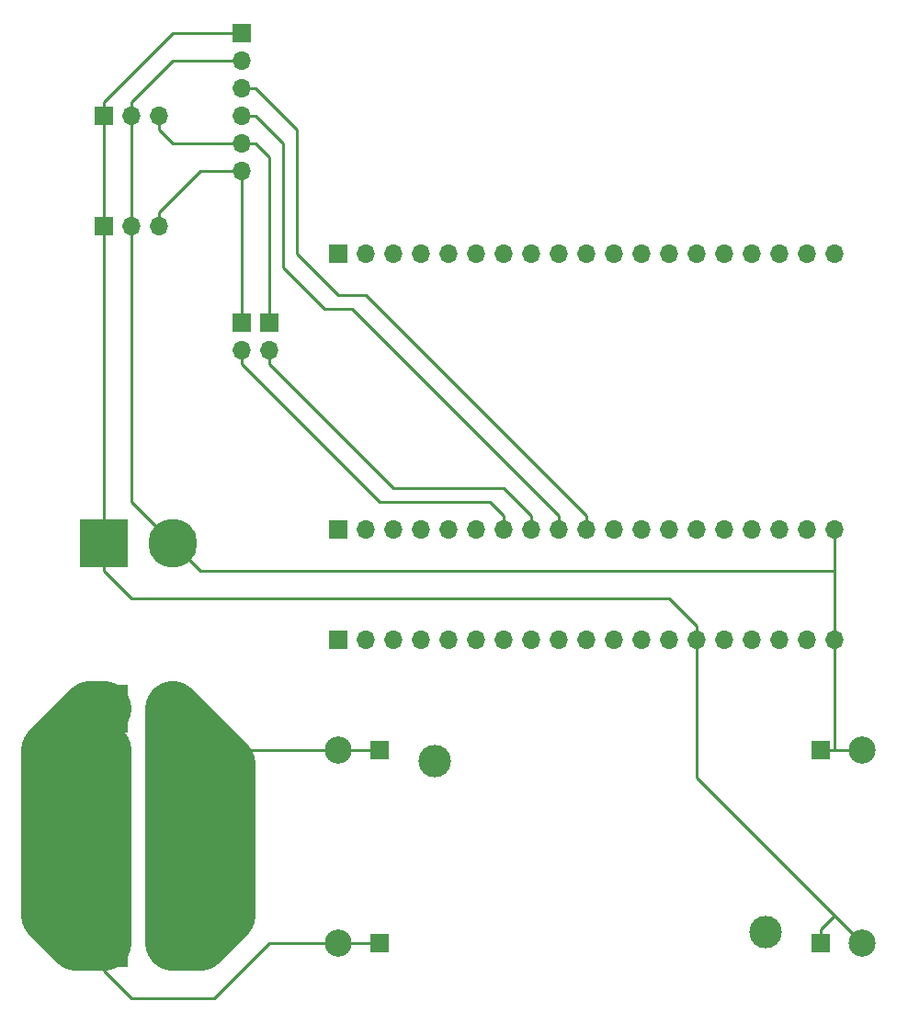
<source format=gbr>
%TF.GenerationSoftware,KiCad,Pcbnew,5.1.9+dfsg1-1~bpo10+1*%
%TF.CreationDate,2025-10-28T22:16:13+01:00*%
%TF.ProjectId,project-f,70726f6a-6563-4742-9d66-2e6b69636164,rev?*%
%TF.SameCoordinates,Original*%
%TF.FileFunction,Copper,L2,Bot*%
%TF.FilePolarity,Positive*%
%FSLAX46Y46*%
G04 Gerber Fmt 4.6, Leading zero omitted, Abs format (unit mm)*
G04 Created by KiCad (PCBNEW 5.1.9+dfsg1-1~bpo10+1) date 2025-10-28 22:16:13*
%MOMM*%
%LPD*%
G01*
G04 APERTURE LIST*
%TA.AperFunction,ComponentPad*%
%ADD10R,1.700000X1.700000*%
%TD*%
%TA.AperFunction,ComponentPad*%
%ADD11O,1.700000X1.700000*%
%TD*%
%TA.AperFunction,ComponentPad*%
%ADD12C,2.499360*%
%TD*%
%TA.AperFunction,ComponentPad*%
%ADD13C,3.000000*%
%TD*%
%TA.AperFunction,ComponentPad*%
%ADD14C,4.500880*%
%TD*%
%TA.AperFunction,ComponentPad*%
%ADD15R,4.500880X4.500880*%
%TD*%
%TA.AperFunction,Conductor*%
%ADD16C,0.250000*%
%TD*%
%TA.AperFunction,Conductor*%
%ADD17C,5.080000*%
%TD*%
G04 APERTURE END LIST*
D10*
%TO.P,REF\u002A\u002A,1*%
%TO.N,/Sensor_signal*%
X44450000Y-54610000D03*
D11*
%TO.P,REF\u002A\u002A,2*%
X44450000Y-57150000D03*
%TD*%
%TO.P,REF\u002A\u002A,2*%
%TO.N,/ESC_PWM*%
X41910000Y-57150000D03*
D10*
%TO.P,REF\u002A\u002A,1*%
X41910000Y-54610000D03*
%TD*%
D11*
%TO.P,REF\u002A\u002A,6*%
%TO.N,/ESC_PWM*%
X41910000Y-40640000D03*
%TO.P,REF\u002A\u002A,5*%
%TO.N,/Sensor_signal*%
X41910000Y-38100000D03*
%TO.P,REF\u002A\u002A,4*%
%TO.N,/Debug1*%
X41910000Y-35560000D03*
%TO.P,REF\u002A\u002A,3*%
%TO.N,/Debug2*%
X41910000Y-33020000D03*
%TO.P,REF\u002A\u002A,2*%
%TO.N,+5V*%
X41910000Y-30480000D03*
D10*
%TO.P,REF\u002A\u002A,1*%
%TO.N,GND*%
X41910000Y-27940000D03*
%TD*%
D12*
%TO.P,REF\u002A\u002A,1*%
%TO.N,+5V*%
X99060000Y-93980000D03*
%TD*%
%TO.P,REF\u002A\u002A,1*%
%TO.N,GND*%
X99060000Y-111760000D03*
%TD*%
%TO.P,REF\u002A\u002A,1*%
%TO.N,GNDPWR*%
X50800000Y-111760000D03*
%TD*%
%TO.P,REF\u002A\u002A,1*%
%TO.N,+VDC*%
X50800000Y-93980000D03*
%TD*%
D11*
%TO.P,REF\u002A\u002A,19*%
%TO.N,+5V*%
X96520000Y-83820000D03*
%TO.P,REF\u002A\u002A,18*%
%TO.N,N/C*%
X93980000Y-83820000D03*
%TO.P,REF\u002A\u002A,17*%
X91440000Y-83820000D03*
%TO.P,REF\u002A\u002A,16*%
X88900000Y-83820000D03*
%TO.P,REF\u002A\u002A,15*%
X86360000Y-83820000D03*
%TO.P,REF\u002A\u002A,14*%
%TO.N,GND*%
X83820000Y-83820000D03*
%TO.P,REF\u002A\u002A,13*%
%TO.N,N/C*%
X81280000Y-83820000D03*
%TO.P,REF\u002A\u002A,12*%
X78740000Y-83820000D03*
%TO.P,REF\u002A\u002A,11*%
X76200000Y-83820000D03*
%TO.P,REF\u002A\u002A,10*%
X73660000Y-83820000D03*
%TO.P,REF\u002A\u002A,9*%
X71120000Y-83820000D03*
%TO.P,REF\u002A\u002A,8*%
X68580000Y-83820000D03*
%TO.P,REF\u002A\u002A,7*%
X66040000Y-83820000D03*
%TO.P,REF\u002A\u002A,6*%
X63500000Y-83820000D03*
%TO.P,REF\u002A\u002A,5*%
X60960000Y-83820000D03*
%TO.P,REF\u002A\u002A,4*%
X58420000Y-83820000D03*
%TO.P,REF\u002A\u002A,3*%
X55880000Y-83820000D03*
%TO.P,REF\u002A\u002A,2*%
X53340000Y-83820000D03*
D10*
%TO.P,REF\u002A\u002A,1*%
X50800000Y-83820000D03*
%TD*%
D13*
%TO.P,U1,5*%
%TO.N,Net-(U1-Pad5)*%
X90170000Y-110744000D03*
X59690000Y-94996000D03*
D10*
%TO.P,U1,2*%
%TO.N,GND*%
X95250000Y-111760000D03*
%TO.P,U1,4*%
%TO.N,+5V*%
X95250000Y-93980000D03*
%TO.P,U1,1*%
%TO.N,+VDC*%
X54610000Y-93980000D03*
%TO.P,U1,3*%
%TO.N,GNDPWR*%
X54610000Y-111760000D03*
%TD*%
D14*
%TO.P,J1_VCC1,2*%
%TO.N,+VDC*%
X35560000Y-111760000D03*
D15*
%TO.P,J1_VCC1,1*%
%TO.N,GNDPWR*%
X29210000Y-111760000D03*
%TD*%
D11*
%TO.P,U2,31*%
%TO.N,N/C*%
X68580000Y-48260000D03*
%TO.P,U2,33*%
X63500000Y-48260000D03*
%TO.P,U2,32*%
X66040000Y-48260000D03*
%TO.P,U2,35*%
X58420000Y-48260000D03*
%TO.P,U2,24*%
X86360000Y-48260000D03*
%TO.P,U2,22*%
X91440000Y-48260000D03*
%TO.P,U2,28*%
X76200000Y-48260000D03*
%TO.P,U2,25*%
X83820000Y-48260000D03*
%TO.P,U2,36*%
X55880000Y-48260000D03*
%TO.P,U2,27*%
X78740000Y-48260000D03*
%TO.P,U2,29*%
X73660000Y-48260000D03*
%TO.P,U2,30*%
X71120000Y-48260000D03*
%TO.P,U2,37*%
X53340000Y-48260000D03*
%TO.P,U2,21*%
X93980000Y-48260000D03*
%TO.P,U2,20*%
X96520000Y-48260000D03*
%TO.P,U2,23*%
X88900000Y-48260000D03*
%TO.P,U2,26*%
X81280000Y-48260000D03*
D10*
%TO.P,U2,38*%
%TO.N,GND*%
X50800000Y-48260000D03*
D11*
%TO.P,U2,34*%
%TO.N,N/C*%
X60960000Y-48260000D03*
%TO.P,U2,9*%
%TO.N,/Sensor_signal*%
X68580000Y-73660000D03*
%TO.P,U2,6*%
%TO.N,N/C*%
X63500000Y-73660000D03*
%TO.P,U2,8*%
%TO.N,/ESC_PWM*%
X66040000Y-73660000D03*
%TO.P,U2,4*%
%TO.N,N/C*%
X58420000Y-73660000D03*
%TO.P,U2,15*%
%TO.N,GND*%
X86360000Y-73660000D03*
%TO.P,U2,17*%
%TO.N,N/C*%
X91440000Y-73660000D03*
%TO.P,U2,11*%
X76200000Y-73660000D03*
%TO.P,U2,1*%
%TO.N,GND*%
X83820000Y-73660000D03*
%TO.P,U2,3*%
%TO.N,N/C*%
X55880000Y-73660000D03*
%TO.P,U2,12*%
X78740000Y-73660000D03*
%TO.P,U2,10*%
%TO.N,/Debug2*%
X73660000Y-73660000D03*
%TO.P,U2,7*%
%TO.N,/Debug1*%
X71120000Y-73660000D03*
%TO.P,U2,19*%
%TO.N,N/C*%
X53340000Y-73660000D03*
%TO.P,U2,18*%
X93980000Y-73660000D03*
%TO.P,U2,2*%
%TO.N,+5V*%
X96520000Y-73660000D03*
%TO.P,U2,16*%
%TO.N,N/C*%
X88900000Y-73660000D03*
%TO.P,U2,13*%
X81280000Y-73660000D03*
D10*
%TO.P,U2,14*%
X50800000Y-73660000D03*
D11*
%TO.P,U2,5*%
X60960000Y-73660000D03*
%TD*%
%TO.P,J5_SENSOR1,3*%
%TO.N,/Sensor_signal*%
X34290000Y-35560000D03*
%TO.P,J5_SENSOR1,2*%
%TO.N,+5V*%
X31750000Y-35560000D03*
D10*
%TO.P,J5_SENSOR1,1*%
%TO.N,GND*%
X29210000Y-35560000D03*
%TD*%
D11*
%TO.P,J4_ESC_CONTROL1,3*%
%TO.N,/ESC_PWM*%
X34290000Y-45720000D03*
%TO.P,J4_ESC_CONTROL1,2*%
%TO.N,+5V*%
X31750000Y-45720000D03*
D10*
%TO.P,J4_ESC_CONTROL1,1*%
%TO.N,GND*%
X29210000Y-45720000D03*
%TD*%
D14*
%TO.P,J3_ESC_POWER1,2*%
%TO.N,+VDC*%
X35560000Y-90170000D03*
D15*
%TO.P,J3_ESC_POWER1,1*%
%TO.N,GNDPWR*%
X29210000Y-90170000D03*
%TD*%
D14*
%TO.P,J2_5V1,2*%
%TO.N,+5V*%
X35560000Y-74930000D03*
D15*
%TO.P,J2_5V1,1*%
%TO.N,GND*%
X29210000Y-74930000D03*
%TD*%
D16*
%TO.N,/Debug1*%
X41910000Y-35560000D02*
X43180000Y-35560000D01*
X43180000Y-35560000D02*
X45720000Y-38100000D01*
X49530000Y-53340000D02*
X52070000Y-53340000D01*
X45720000Y-38100000D02*
X45720000Y-49530000D01*
X45720000Y-49530000D02*
X49530000Y-53340000D01*
X52070000Y-53340000D02*
X71120000Y-72390000D01*
%TO.N,/Debug2*%
X41910000Y-33020000D02*
X43180000Y-33020000D01*
X46990000Y-36830000D02*
X46990000Y-48260000D01*
X43180000Y-33020000D02*
X46990000Y-36830000D01*
X50800000Y-52070000D02*
X53340000Y-52070000D01*
X46990000Y-48260000D02*
X50800000Y-52070000D01*
X53340000Y-52070000D02*
X73660000Y-72390000D01*
%TO.N,+VDC*%
X39370000Y-93980000D02*
X36830000Y-93980000D01*
D17*
X35560000Y-111760000D02*
X35560000Y-90170000D01*
X39370000Y-93980000D02*
X35560000Y-90170000D01*
X40640000Y-109220000D02*
X40640000Y-95250000D01*
X35560000Y-111760000D02*
X38100000Y-111760000D01*
X40640000Y-95250000D02*
X39370000Y-93980000D01*
X38100000Y-111760000D02*
X40640000Y-109220000D01*
D16*
X54610000Y-93980000D02*
X50800000Y-93980000D01*
X50800000Y-93980000D02*
X39370000Y-93980000D01*
%TO.N,GND*%
X95250000Y-111760000D02*
X95250000Y-110490000D01*
X83820000Y-87630000D02*
X83820000Y-87630000D01*
X29210000Y-45720000D02*
X29210000Y-74930000D01*
X29210000Y-77470000D02*
X31750000Y-80010000D01*
X29210000Y-74930000D02*
X29210000Y-77470000D01*
X95250000Y-110490000D02*
X96520000Y-109220000D01*
X99060000Y-111760000D02*
X96520000Y-109220000D01*
X41910000Y-27940000D02*
X35560000Y-27940000D01*
X29210000Y-34290000D02*
X29210000Y-35560000D01*
X35560000Y-27940000D02*
X29210000Y-34290000D01*
X29210000Y-35560000D02*
X29210000Y-45720000D01*
X83820000Y-83820000D02*
X83820000Y-82550000D01*
X83820000Y-82550000D02*
X81280000Y-80010000D01*
X31750000Y-80010000D02*
X81280000Y-80010000D01*
X83820000Y-85090000D02*
X83820000Y-83820000D01*
X96520000Y-109220000D02*
X83820000Y-96520000D01*
X83820000Y-96520000D02*
X83820000Y-85090000D01*
%TO.N,+5V*%
X31750000Y-45720000D02*
X31750000Y-68580000D01*
X81280000Y-77470000D02*
X81280000Y-77470000D01*
X41910000Y-30480000D02*
X40640000Y-30480000D01*
X95250000Y-93980000D02*
X97790000Y-93980000D01*
X97790000Y-93980000D02*
X99060000Y-93980000D01*
X96520000Y-92710000D02*
X96520000Y-93980000D01*
X31750000Y-34290000D02*
X31750000Y-35560000D01*
X41910000Y-30480000D02*
X35560000Y-30480000D01*
X35560000Y-30480000D02*
X31750000Y-34290000D01*
X31750000Y-45720000D02*
X31750000Y-35560000D01*
X35560000Y-74930000D02*
X31750000Y-71120000D01*
X31750000Y-71120000D02*
X31750000Y-68580000D01*
X96520000Y-77470000D02*
X96520000Y-73660000D01*
X35560000Y-74930000D02*
X38100000Y-77470000D01*
X38100000Y-77470000D02*
X96520000Y-77470000D01*
X96520000Y-77470000D02*
X96520000Y-83820000D01*
X96520000Y-92710000D02*
X96520000Y-83820000D01*
%TO.N,/ESC_PWM*%
X34290000Y-45720000D02*
X34290000Y-44450000D01*
X34290000Y-44450000D02*
X38100000Y-40640000D01*
X38100000Y-40640000D02*
X41910000Y-40640000D01*
X41910000Y-40640000D02*
X41910000Y-54610000D01*
X41910000Y-58420000D02*
X41910000Y-57150000D01*
X54610000Y-71120000D02*
X41910000Y-58420000D01*
X64770000Y-71120000D02*
X54610000Y-71120000D01*
X66040000Y-73660000D02*
X66040000Y-72390000D01*
X66040000Y-72390000D02*
X64770000Y-71120000D01*
%TO.N,/Sensor_signal*%
X34290000Y-35560000D02*
X34290000Y-36830000D01*
X35560000Y-38100000D02*
X41910000Y-38100000D01*
X34290000Y-36830000D02*
X35560000Y-38100000D01*
X43180000Y-38100000D02*
X41910000Y-38100000D01*
X44450000Y-39370000D02*
X43180000Y-38100000D01*
X44450000Y-39370000D02*
X44450000Y-54610000D01*
X66040000Y-69850000D02*
X55880000Y-69850000D01*
X68580000Y-73660000D02*
X68580000Y-72390000D01*
X44450000Y-58420000D02*
X44450000Y-57150000D01*
X55880000Y-69850000D02*
X44450000Y-58420000D01*
X68580000Y-72390000D02*
X66040000Y-69850000D01*
%TO.N,GNDPWR*%
X34290000Y-116840000D02*
X39370000Y-116840000D01*
X39370000Y-116840000D02*
X44450000Y-111760000D01*
X29210000Y-111760000D02*
X29210000Y-114300000D01*
X31750000Y-116840000D02*
X29210000Y-114300000D01*
X31750000Y-116840000D02*
X34290000Y-116840000D01*
D17*
X26670000Y-111760000D02*
X29210000Y-111760000D01*
X24130000Y-109220000D02*
X26670000Y-111760000D01*
X24130000Y-93980000D02*
X24130000Y-109220000D01*
X29210000Y-90170000D02*
X27940000Y-90170000D01*
X27940000Y-90170000D02*
X24130000Y-93980000D01*
X29210000Y-111760000D02*
X29210000Y-95250000D01*
X29210000Y-93980000D02*
X29210000Y-95250000D01*
D16*
X54610000Y-111760000D02*
X50800000Y-111760000D01*
X50800000Y-111760000D02*
X44450000Y-111760000D01*
%TO.N,/Debug2*%
X73660000Y-73660000D02*
X73660000Y-72390000D01*
%TO.N,/Debug1*%
X71120000Y-73660000D02*
X71120000Y-72390000D01*
%TD*%
M02*

</source>
